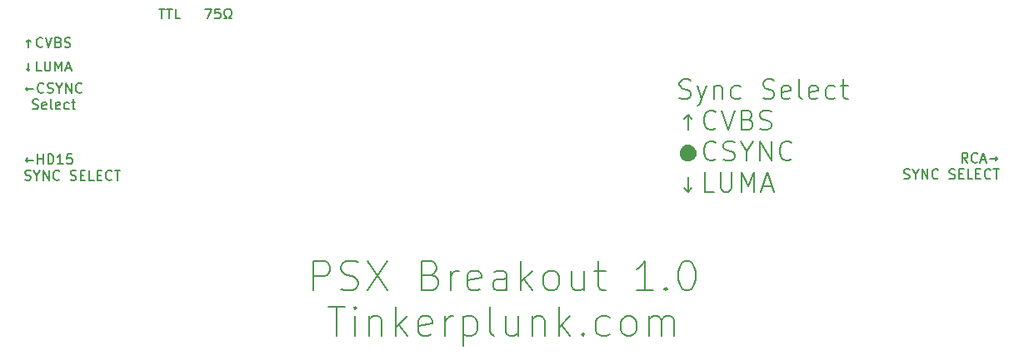
<source format=gto>
G04 #@! TF.GenerationSoftware,KiCad,Pcbnew,(5.1.0)-1*
G04 #@! TF.CreationDate,2019-06-07T12:56:35-04:00*
G04 #@! TF.ProjectId,Case top+bottom,43617365-2074-46f7-902b-626f74746f6d,rev?*
G04 #@! TF.SameCoordinates,Original*
G04 #@! TF.FileFunction,Legend,Top*
G04 #@! TF.FilePolarity,Positive*
%FSLAX46Y46*%
G04 Gerber Fmt 4.6, Leading zero omitted, Abs format (unit mm)*
G04 Created by KiCad (PCBNEW (5.1.0)-1) date 2019-06-07 12:56:35*
%MOMM*%
%LPD*%
G04 APERTURE LIST*
%ADD10C,0.150000*%
G04 APERTURE END LIST*
D10*
X119834857Y-105839142D02*
X119834857Y-102839142D01*
X120977714Y-102839142D01*
X121263428Y-102982000D01*
X121406285Y-103124857D01*
X121549142Y-103410571D01*
X121549142Y-103839142D01*
X121406285Y-104124857D01*
X121263428Y-104267714D01*
X120977714Y-104410571D01*
X119834857Y-104410571D01*
X122692000Y-105696285D02*
X123120571Y-105839142D01*
X123834857Y-105839142D01*
X124120571Y-105696285D01*
X124263428Y-105553428D01*
X124406285Y-105267714D01*
X124406285Y-104982000D01*
X124263428Y-104696285D01*
X124120571Y-104553428D01*
X123834857Y-104410571D01*
X123263428Y-104267714D01*
X122977714Y-104124857D01*
X122834857Y-103982000D01*
X122692000Y-103696285D01*
X122692000Y-103410571D01*
X122834857Y-103124857D01*
X122977714Y-102982000D01*
X123263428Y-102839142D01*
X123977714Y-102839142D01*
X124406285Y-102982000D01*
X125406285Y-102839142D02*
X127406285Y-105839142D01*
X127406285Y-102839142D02*
X125406285Y-105839142D01*
X131834857Y-104267714D02*
X132263428Y-104410571D01*
X132406285Y-104553428D01*
X132549142Y-104839142D01*
X132549142Y-105267714D01*
X132406285Y-105553428D01*
X132263428Y-105696285D01*
X131977714Y-105839142D01*
X130834857Y-105839142D01*
X130834857Y-102839142D01*
X131834857Y-102839142D01*
X132120571Y-102982000D01*
X132263428Y-103124857D01*
X132406285Y-103410571D01*
X132406285Y-103696285D01*
X132263428Y-103982000D01*
X132120571Y-104124857D01*
X131834857Y-104267714D01*
X130834857Y-104267714D01*
X133834857Y-105839142D02*
X133834857Y-103839142D01*
X133834857Y-104410571D02*
X133977714Y-104124857D01*
X134120571Y-103982000D01*
X134406285Y-103839142D01*
X134692000Y-103839142D01*
X136834857Y-105696285D02*
X136549142Y-105839142D01*
X135977714Y-105839142D01*
X135692000Y-105696285D01*
X135549142Y-105410571D01*
X135549142Y-104267714D01*
X135692000Y-103982000D01*
X135977714Y-103839142D01*
X136549142Y-103839142D01*
X136834857Y-103982000D01*
X136977714Y-104267714D01*
X136977714Y-104553428D01*
X135549142Y-104839142D01*
X139549142Y-105839142D02*
X139549142Y-104267714D01*
X139406285Y-103982000D01*
X139120571Y-103839142D01*
X138549142Y-103839142D01*
X138263428Y-103982000D01*
X139549142Y-105696285D02*
X139263428Y-105839142D01*
X138549142Y-105839142D01*
X138263428Y-105696285D01*
X138120571Y-105410571D01*
X138120571Y-105124857D01*
X138263428Y-104839142D01*
X138549142Y-104696285D01*
X139263428Y-104696285D01*
X139549142Y-104553428D01*
X140977714Y-105839142D02*
X140977714Y-102839142D01*
X141263428Y-104696285D02*
X142120571Y-105839142D01*
X142120571Y-103839142D02*
X140977714Y-104982000D01*
X143834857Y-105839142D02*
X143549142Y-105696285D01*
X143406285Y-105553428D01*
X143263428Y-105267714D01*
X143263428Y-104410571D01*
X143406285Y-104124857D01*
X143549142Y-103982000D01*
X143834857Y-103839142D01*
X144263428Y-103839142D01*
X144549142Y-103982000D01*
X144692000Y-104124857D01*
X144834857Y-104410571D01*
X144834857Y-105267714D01*
X144692000Y-105553428D01*
X144549142Y-105696285D01*
X144263428Y-105839142D01*
X143834857Y-105839142D01*
X147406285Y-103839142D02*
X147406285Y-105839142D01*
X146120571Y-103839142D02*
X146120571Y-105410571D01*
X146263428Y-105696285D01*
X146549142Y-105839142D01*
X146977714Y-105839142D01*
X147263428Y-105696285D01*
X147406285Y-105553428D01*
X148406285Y-103839142D02*
X149549142Y-103839142D01*
X148834857Y-102839142D02*
X148834857Y-105410571D01*
X148977714Y-105696285D01*
X149263428Y-105839142D01*
X149549142Y-105839142D01*
X154406285Y-105839142D02*
X152692000Y-105839142D01*
X153549142Y-105839142D02*
X153549142Y-102839142D01*
X153263428Y-103267714D01*
X152977714Y-103553428D01*
X152692000Y-103696285D01*
X155692000Y-105553428D02*
X155834857Y-105696285D01*
X155692000Y-105839142D01*
X155549142Y-105696285D01*
X155692000Y-105553428D01*
X155692000Y-105839142D01*
X157692000Y-102839142D02*
X157977714Y-102839142D01*
X158263428Y-102982000D01*
X158406285Y-103124857D01*
X158549142Y-103410571D01*
X158692000Y-103982000D01*
X158692000Y-104696285D01*
X158549142Y-105267714D01*
X158406285Y-105553428D01*
X158263428Y-105696285D01*
X157977714Y-105839142D01*
X157692000Y-105839142D01*
X157406285Y-105696285D01*
X157263428Y-105553428D01*
X157120571Y-105267714D01*
X156977714Y-104696285D01*
X156977714Y-103982000D01*
X157120571Y-103410571D01*
X157263428Y-103124857D01*
X157406285Y-102982000D01*
X157692000Y-102839142D01*
X121406285Y-107489142D02*
X123120571Y-107489142D01*
X122263428Y-110489142D02*
X122263428Y-107489142D01*
X124120571Y-110489142D02*
X124120571Y-108489142D01*
X124120571Y-107489142D02*
X123977714Y-107632000D01*
X124120571Y-107774857D01*
X124263428Y-107632000D01*
X124120571Y-107489142D01*
X124120571Y-107774857D01*
X125549142Y-108489142D02*
X125549142Y-110489142D01*
X125549142Y-108774857D02*
X125691999Y-108632000D01*
X125977714Y-108489142D01*
X126406285Y-108489142D01*
X126691999Y-108632000D01*
X126834857Y-108917714D01*
X126834857Y-110489142D01*
X128263428Y-110489142D02*
X128263428Y-107489142D01*
X128549142Y-109346285D02*
X129406285Y-110489142D01*
X129406285Y-108489142D02*
X128263428Y-109632000D01*
X131834857Y-110346285D02*
X131549142Y-110489142D01*
X130977714Y-110489142D01*
X130691999Y-110346285D01*
X130549142Y-110060571D01*
X130549142Y-108917714D01*
X130691999Y-108632000D01*
X130977714Y-108489142D01*
X131549142Y-108489142D01*
X131834857Y-108632000D01*
X131977714Y-108917714D01*
X131977714Y-109203428D01*
X130549142Y-109489142D01*
X133263428Y-110489142D02*
X133263428Y-108489142D01*
X133263428Y-109060571D02*
X133406285Y-108774857D01*
X133549142Y-108632000D01*
X133834857Y-108489142D01*
X134120571Y-108489142D01*
X135120571Y-108489142D02*
X135120571Y-111489142D01*
X135120571Y-108632000D02*
X135406285Y-108489142D01*
X135977714Y-108489142D01*
X136263428Y-108632000D01*
X136406285Y-108774857D01*
X136549142Y-109060571D01*
X136549142Y-109917714D01*
X136406285Y-110203428D01*
X136263428Y-110346285D01*
X135977714Y-110489142D01*
X135406285Y-110489142D01*
X135120571Y-110346285D01*
X138263428Y-110489142D02*
X137977714Y-110346285D01*
X137834857Y-110060571D01*
X137834857Y-107489142D01*
X140692000Y-108489142D02*
X140692000Y-110489142D01*
X139406285Y-108489142D02*
X139406285Y-110060571D01*
X139549142Y-110346285D01*
X139834857Y-110489142D01*
X140263428Y-110489142D01*
X140549142Y-110346285D01*
X140692000Y-110203428D01*
X142120571Y-108489142D02*
X142120571Y-110489142D01*
X142120571Y-108774857D02*
X142263428Y-108632000D01*
X142549142Y-108489142D01*
X142977714Y-108489142D01*
X143263428Y-108632000D01*
X143406285Y-108917714D01*
X143406285Y-110489142D01*
X144834857Y-110489142D02*
X144834857Y-107489142D01*
X145120571Y-109346285D02*
X145977714Y-110489142D01*
X145977714Y-108489142D02*
X144834857Y-109632000D01*
X147263428Y-110203428D02*
X147406285Y-110346285D01*
X147263428Y-110489142D01*
X147120571Y-110346285D01*
X147263428Y-110203428D01*
X147263428Y-110489142D01*
X149977714Y-110346285D02*
X149692000Y-110489142D01*
X149120571Y-110489142D01*
X148834857Y-110346285D01*
X148692000Y-110203428D01*
X148549142Y-109917714D01*
X148549142Y-109060571D01*
X148692000Y-108774857D01*
X148834857Y-108632000D01*
X149120571Y-108489142D01*
X149692000Y-108489142D01*
X149977714Y-108632000D01*
X151692000Y-110489142D02*
X151406285Y-110346285D01*
X151263428Y-110203428D01*
X151120571Y-109917714D01*
X151120571Y-109060571D01*
X151263428Y-108774857D01*
X151406285Y-108632000D01*
X151692000Y-108489142D01*
X152120571Y-108489142D01*
X152406285Y-108632000D01*
X152549142Y-108774857D01*
X152692000Y-109060571D01*
X152692000Y-109917714D01*
X152549142Y-110203428D01*
X152406285Y-110346285D01*
X152120571Y-110489142D01*
X151692000Y-110489142D01*
X153977714Y-110489142D02*
X153977714Y-108489142D01*
X153977714Y-108774857D02*
X154120571Y-108632000D01*
X154406285Y-108489142D01*
X154834857Y-108489142D01*
X155120571Y-108632000D01*
X155263428Y-108917714D01*
X155263428Y-110489142D01*
X155263428Y-108917714D02*
X155406285Y-108632000D01*
X155692000Y-108489142D01*
X156120571Y-108489142D01*
X156406285Y-108632000D01*
X156549142Y-108917714D01*
X156549142Y-110489142D01*
X108855047Y-77176380D02*
X109521714Y-77176380D01*
X109093142Y-78176380D01*
X110378857Y-77176380D02*
X109902666Y-77176380D01*
X109855047Y-77652571D01*
X109902666Y-77604952D01*
X109997904Y-77557333D01*
X110236000Y-77557333D01*
X110331238Y-77604952D01*
X110378857Y-77652571D01*
X110426476Y-77747809D01*
X110426476Y-77985904D01*
X110378857Y-78081142D01*
X110331238Y-78128761D01*
X110236000Y-78176380D01*
X109997904Y-78176380D01*
X109902666Y-78128761D01*
X109855047Y-78081142D01*
X110807428Y-78176380D02*
X111045523Y-78176380D01*
X111045523Y-77985904D01*
X110950285Y-77938285D01*
X110855047Y-77843047D01*
X110807428Y-77700190D01*
X110807428Y-77462095D01*
X110855047Y-77319238D01*
X110950285Y-77224000D01*
X111093142Y-77176380D01*
X111283619Y-77176380D01*
X111426476Y-77224000D01*
X111521714Y-77319238D01*
X111569333Y-77462095D01*
X111569333Y-77700190D01*
X111521714Y-77843047D01*
X111426476Y-77938285D01*
X111331238Y-77985904D01*
X111331238Y-78176380D01*
X111569333Y-78176380D01*
X104211571Y-77176380D02*
X104783000Y-77176380D01*
X104497285Y-78176380D02*
X104497285Y-77176380D01*
X104973476Y-77176380D02*
X105544904Y-77176380D01*
X105259190Y-78176380D02*
X105259190Y-77176380D01*
X106354428Y-78176380D02*
X105878238Y-78176380D01*
X105878238Y-77176380D01*
X157069452Y-86254523D02*
X157355166Y-86349761D01*
X157831357Y-86349761D01*
X158021833Y-86254523D01*
X158117071Y-86159285D01*
X158212309Y-85968809D01*
X158212309Y-85778333D01*
X158117071Y-85587857D01*
X158021833Y-85492619D01*
X157831357Y-85397380D01*
X157450404Y-85302142D01*
X157259928Y-85206904D01*
X157164690Y-85111666D01*
X157069452Y-84921190D01*
X157069452Y-84730714D01*
X157164690Y-84540238D01*
X157259928Y-84445000D01*
X157450404Y-84349761D01*
X157926595Y-84349761D01*
X158212309Y-84445000D01*
X158878976Y-85016428D02*
X159355166Y-86349761D01*
X159831357Y-85016428D02*
X159355166Y-86349761D01*
X159164690Y-86825952D01*
X159069452Y-86921190D01*
X158878976Y-87016428D01*
X160593261Y-85016428D02*
X160593261Y-86349761D01*
X160593261Y-85206904D02*
X160688500Y-85111666D01*
X160878976Y-85016428D01*
X161164690Y-85016428D01*
X161355166Y-85111666D01*
X161450404Y-85302142D01*
X161450404Y-86349761D01*
X163259928Y-86254523D02*
X163069452Y-86349761D01*
X162688500Y-86349761D01*
X162498023Y-86254523D01*
X162402785Y-86159285D01*
X162307547Y-85968809D01*
X162307547Y-85397380D01*
X162402785Y-85206904D01*
X162498023Y-85111666D01*
X162688500Y-85016428D01*
X163069452Y-85016428D01*
X163259928Y-85111666D01*
X165545642Y-86254523D02*
X165831357Y-86349761D01*
X166307547Y-86349761D01*
X166498023Y-86254523D01*
X166593261Y-86159285D01*
X166688500Y-85968809D01*
X166688500Y-85778333D01*
X166593261Y-85587857D01*
X166498023Y-85492619D01*
X166307547Y-85397380D01*
X165926595Y-85302142D01*
X165736119Y-85206904D01*
X165640880Y-85111666D01*
X165545642Y-84921190D01*
X165545642Y-84730714D01*
X165640880Y-84540238D01*
X165736119Y-84445000D01*
X165926595Y-84349761D01*
X166402785Y-84349761D01*
X166688500Y-84445000D01*
X168307547Y-86254523D02*
X168117071Y-86349761D01*
X167736119Y-86349761D01*
X167545642Y-86254523D01*
X167450404Y-86064047D01*
X167450404Y-85302142D01*
X167545642Y-85111666D01*
X167736119Y-85016428D01*
X168117071Y-85016428D01*
X168307547Y-85111666D01*
X168402785Y-85302142D01*
X168402785Y-85492619D01*
X167450404Y-85683095D01*
X169545642Y-86349761D02*
X169355166Y-86254523D01*
X169259928Y-86064047D01*
X169259928Y-84349761D01*
X171069452Y-86254523D02*
X170878976Y-86349761D01*
X170498023Y-86349761D01*
X170307547Y-86254523D01*
X170212309Y-86064047D01*
X170212309Y-85302142D01*
X170307547Y-85111666D01*
X170498023Y-85016428D01*
X170878976Y-85016428D01*
X171069452Y-85111666D01*
X171164690Y-85302142D01*
X171164690Y-85492619D01*
X170212309Y-85683095D01*
X172878976Y-86254523D02*
X172688500Y-86349761D01*
X172307547Y-86349761D01*
X172117071Y-86254523D01*
X172021833Y-86159285D01*
X171926595Y-85968809D01*
X171926595Y-85397380D01*
X172021833Y-85206904D01*
X172117071Y-85111666D01*
X172307547Y-85016428D01*
X172688500Y-85016428D01*
X172878976Y-85111666D01*
X173450404Y-85016428D02*
X174212309Y-85016428D01*
X173736119Y-84349761D02*
X173736119Y-86064047D01*
X173831357Y-86254523D01*
X174021833Y-86349761D01*
X174212309Y-86349761D01*
X157926595Y-89499761D02*
X157926595Y-87975952D01*
X157545642Y-88356904D02*
X157926595Y-87975952D01*
X158307547Y-88356904D01*
X160783738Y-89309285D02*
X160688500Y-89404523D01*
X160402785Y-89499761D01*
X160212309Y-89499761D01*
X159926595Y-89404523D01*
X159736119Y-89214047D01*
X159640880Y-89023571D01*
X159545642Y-88642619D01*
X159545642Y-88356904D01*
X159640880Y-87975952D01*
X159736119Y-87785476D01*
X159926595Y-87595000D01*
X160212309Y-87499761D01*
X160402785Y-87499761D01*
X160688500Y-87595000D01*
X160783738Y-87690238D01*
X161355166Y-87499761D02*
X162021833Y-89499761D01*
X162688500Y-87499761D01*
X164021833Y-88452142D02*
X164307547Y-88547380D01*
X164402785Y-88642619D01*
X164498023Y-88833095D01*
X164498023Y-89118809D01*
X164402785Y-89309285D01*
X164307547Y-89404523D01*
X164117071Y-89499761D01*
X163355166Y-89499761D01*
X163355166Y-87499761D01*
X164021833Y-87499761D01*
X164212309Y-87595000D01*
X164307547Y-87690238D01*
X164402785Y-87880714D01*
X164402785Y-88071190D01*
X164307547Y-88261666D01*
X164212309Y-88356904D01*
X164021833Y-88452142D01*
X163355166Y-88452142D01*
X165259928Y-89404523D02*
X165545642Y-89499761D01*
X166021833Y-89499761D01*
X166212309Y-89404523D01*
X166307547Y-89309285D01*
X166402785Y-89118809D01*
X166402785Y-88928333D01*
X166307547Y-88737857D01*
X166212309Y-88642619D01*
X166021833Y-88547380D01*
X165640880Y-88452142D01*
X165450404Y-88356904D01*
X165355166Y-88261666D01*
X165259928Y-88071190D01*
X165259928Y-87880714D01*
X165355166Y-87690238D01*
X165450404Y-87595000D01*
X165640880Y-87499761D01*
X166117071Y-87499761D01*
X166402785Y-87595000D01*
X157259928Y-91506904D02*
X157259928Y-92268809D01*
X157355166Y-92364047D02*
X157736119Y-92649761D01*
X157355166Y-91411666D02*
X157736119Y-91125952D01*
X157355166Y-91316428D02*
X157355166Y-92459285D01*
X157450404Y-92459285D02*
X157450404Y-91316428D01*
X157545642Y-91221190D02*
X157545642Y-92554523D01*
X157640880Y-92554523D02*
X157640880Y-91221190D01*
X157736119Y-91125952D02*
X157736119Y-92649761D01*
X157831357Y-92649761D02*
X157831357Y-91125952D01*
X157926595Y-91125952D02*
X157926595Y-92649761D01*
X158021833Y-92649761D02*
X158021833Y-91125952D01*
X158117071Y-92649761D02*
X158498023Y-92364047D01*
X158117071Y-91125952D02*
X158117071Y-92649761D01*
X158117071Y-91125952D02*
X158498023Y-91411666D01*
X158212309Y-92554523D02*
X158212309Y-91221190D01*
X158307547Y-91221190D02*
X158307547Y-92554523D01*
X158402785Y-92459285D02*
X158402785Y-91316428D01*
X158498023Y-91316428D02*
X158498023Y-92459285D01*
X158593261Y-92268809D02*
X158593261Y-91506904D01*
X157736119Y-91125952D02*
X158117071Y-91125952D01*
X158498023Y-91316428D01*
X158688500Y-91697380D01*
X158688500Y-92078333D01*
X158498023Y-92459285D01*
X158117071Y-92649761D01*
X157736119Y-92649761D01*
X157355166Y-92459285D01*
X157164690Y-92078333D01*
X157164690Y-91697380D01*
X157355166Y-91316428D01*
X157736119Y-91125952D01*
X160783738Y-92459285D02*
X160688500Y-92554523D01*
X160402785Y-92649761D01*
X160212309Y-92649761D01*
X159926595Y-92554523D01*
X159736119Y-92364047D01*
X159640880Y-92173571D01*
X159545642Y-91792619D01*
X159545642Y-91506904D01*
X159640880Y-91125952D01*
X159736119Y-90935476D01*
X159926595Y-90745000D01*
X160212309Y-90649761D01*
X160402785Y-90649761D01*
X160688500Y-90745000D01*
X160783738Y-90840238D01*
X161545642Y-92554523D02*
X161831357Y-92649761D01*
X162307547Y-92649761D01*
X162498023Y-92554523D01*
X162593261Y-92459285D01*
X162688500Y-92268809D01*
X162688500Y-92078333D01*
X162593261Y-91887857D01*
X162498023Y-91792619D01*
X162307547Y-91697380D01*
X161926595Y-91602142D01*
X161736119Y-91506904D01*
X161640880Y-91411666D01*
X161545642Y-91221190D01*
X161545642Y-91030714D01*
X161640880Y-90840238D01*
X161736119Y-90745000D01*
X161926595Y-90649761D01*
X162402785Y-90649761D01*
X162688500Y-90745000D01*
X163926595Y-91697380D02*
X163926595Y-92649761D01*
X163259928Y-90649761D02*
X163926595Y-91697380D01*
X164593261Y-90649761D01*
X165259928Y-92649761D02*
X165259928Y-90649761D01*
X166402785Y-92649761D01*
X166402785Y-90649761D01*
X168498023Y-92459285D02*
X168402785Y-92554523D01*
X168117071Y-92649761D01*
X167926595Y-92649761D01*
X167640880Y-92554523D01*
X167450404Y-92364047D01*
X167355166Y-92173571D01*
X167259928Y-91792619D01*
X167259928Y-91506904D01*
X167355166Y-91125952D01*
X167450404Y-90935476D01*
X167640880Y-90745000D01*
X167926595Y-90649761D01*
X168117071Y-90649761D01*
X168402785Y-90745000D01*
X168498023Y-90840238D01*
X157926595Y-94275952D02*
X157926595Y-95799761D01*
X158307547Y-95418809D02*
X157926595Y-95799761D01*
X157545642Y-95418809D01*
X160593261Y-95799761D02*
X159640880Y-95799761D01*
X159640880Y-93799761D01*
X161259928Y-93799761D02*
X161259928Y-95418809D01*
X161355166Y-95609285D01*
X161450404Y-95704523D01*
X161640880Y-95799761D01*
X162021833Y-95799761D01*
X162212309Y-95704523D01*
X162307547Y-95609285D01*
X162402785Y-95418809D01*
X162402785Y-93799761D01*
X163355166Y-95799761D02*
X163355166Y-93799761D01*
X164021833Y-95228333D01*
X164688500Y-93799761D01*
X164688500Y-95799761D01*
X165545642Y-95228333D02*
X166498023Y-95228333D01*
X165355166Y-95799761D02*
X166021833Y-93799761D01*
X166688500Y-95799761D01*
X186354785Y-92845380D02*
X186021452Y-92369190D01*
X185783357Y-92845380D02*
X185783357Y-91845380D01*
X186164309Y-91845380D01*
X186259547Y-91893000D01*
X186307166Y-91940619D01*
X186354785Y-92035857D01*
X186354785Y-92178714D01*
X186307166Y-92273952D01*
X186259547Y-92321571D01*
X186164309Y-92369190D01*
X185783357Y-92369190D01*
X187354785Y-92750142D02*
X187307166Y-92797761D01*
X187164309Y-92845380D01*
X187069071Y-92845380D01*
X186926214Y-92797761D01*
X186830976Y-92702523D01*
X186783357Y-92607285D01*
X186735738Y-92416809D01*
X186735738Y-92273952D01*
X186783357Y-92083476D01*
X186830976Y-91988238D01*
X186926214Y-91893000D01*
X187069071Y-91845380D01*
X187164309Y-91845380D01*
X187307166Y-91893000D01*
X187354785Y-91940619D01*
X187735738Y-92559666D02*
X188211928Y-92559666D01*
X187640500Y-92845380D02*
X187973833Y-91845380D01*
X188307166Y-92845380D01*
X188640500Y-92464428D02*
X189402404Y-92464428D01*
X189211928Y-92654904D02*
X189402404Y-92464428D01*
X189211928Y-92273952D01*
X179878595Y-94447761D02*
X180021452Y-94495380D01*
X180259547Y-94495380D01*
X180354785Y-94447761D01*
X180402404Y-94400142D01*
X180450023Y-94304904D01*
X180450023Y-94209666D01*
X180402404Y-94114428D01*
X180354785Y-94066809D01*
X180259547Y-94019190D01*
X180069071Y-93971571D01*
X179973833Y-93923952D01*
X179926214Y-93876333D01*
X179878595Y-93781095D01*
X179878595Y-93685857D01*
X179926214Y-93590619D01*
X179973833Y-93543000D01*
X180069071Y-93495380D01*
X180307166Y-93495380D01*
X180450023Y-93543000D01*
X181069071Y-94019190D02*
X181069071Y-94495380D01*
X180735738Y-93495380D02*
X181069071Y-94019190D01*
X181402404Y-93495380D01*
X181735738Y-94495380D02*
X181735738Y-93495380D01*
X182307166Y-94495380D01*
X182307166Y-93495380D01*
X183354785Y-94400142D02*
X183307166Y-94447761D01*
X183164309Y-94495380D01*
X183069071Y-94495380D01*
X182926214Y-94447761D01*
X182830976Y-94352523D01*
X182783357Y-94257285D01*
X182735738Y-94066809D01*
X182735738Y-93923952D01*
X182783357Y-93733476D01*
X182830976Y-93638238D01*
X182926214Y-93543000D01*
X183069071Y-93495380D01*
X183164309Y-93495380D01*
X183307166Y-93543000D01*
X183354785Y-93590619D01*
X184497642Y-94447761D02*
X184640500Y-94495380D01*
X184878595Y-94495380D01*
X184973833Y-94447761D01*
X185021452Y-94400142D01*
X185069071Y-94304904D01*
X185069071Y-94209666D01*
X185021452Y-94114428D01*
X184973833Y-94066809D01*
X184878595Y-94019190D01*
X184688119Y-93971571D01*
X184592880Y-93923952D01*
X184545261Y-93876333D01*
X184497642Y-93781095D01*
X184497642Y-93685857D01*
X184545261Y-93590619D01*
X184592880Y-93543000D01*
X184688119Y-93495380D01*
X184926214Y-93495380D01*
X185069071Y-93543000D01*
X185497642Y-93971571D02*
X185830976Y-93971571D01*
X185973833Y-94495380D02*
X185497642Y-94495380D01*
X185497642Y-93495380D01*
X185973833Y-93495380D01*
X186878595Y-94495380D02*
X186402404Y-94495380D01*
X186402404Y-93495380D01*
X187211928Y-93971571D02*
X187545261Y-93971571D01*
X187688119Y-94495380D02*
X187211928Y-94495380D01*
X187211928Y-93495380D01*
X187688119Y-93495380D01*
X188688119Y-94400142D02*
X188640500Y-94447761D01*
X188497642Y-94495380D01*
X188402404Y-94495380D01*
X188259547Y-94447761D01*
X188164309Y-94352523D01*
X188116690Y-94257285D01*
X188069071Y-94066809D01*
X188069071Y-93923952D01*
X188116690Y-93733476D01*
X188164309Y-93638238D01*
X188259547Y-93543000D01*
X188402404Y-93495380D01*
X188497642Y-93495380D01*
X188640500Y-93543000D01*
X188688119Y-93590619D01*
X188973833Y-93495380D02*
X189545261Y-93495380D01*
X189259547Y-94495380D02*
X189259547Y-93495380D01*
X91394500Y-92591428D02*
X90632595Y-92591428D01*
X90823071Y-92781904D02*
X90632595Y-92591428D01*
X90823071Y-92400952D01*
X91870690Y-92972380D02*
X91870690Y-91972380D01*
X91870690Y-92448571D02*
X92442119Y-92448571D01*
X92442119Y-92972380D02*
X92442119Y-91972380D01*
X92918309Y-92972380D02*
X92918309Y-91972380D01*
X93156404Y-91972380D01*
X93299261Y-92020000D01*
X93394500Y-92115238D01*
X93442119Y-92210476D01*
X93489738Y-92400952D01*
X93489738Y-92543809D01*
X93442119Y-92734285D01*
X93394500Y-92829523D01*
X93299261Y-92924761D01*
X93156404Y-92972380D01*
X92918309Y-92972380D01*
X94442119Y-92972380D02*
X93870690Y-92972380D01*
X94156404Y-92972380D02*
X94156404Y-91972380D01*
X94061166Y-92115238D01*
X93965928Y-92210476D01*
X93870690Y-92258095D01*
X95346880Y-91972380D02*
X94870690Y-91972380D01*
X94823071Y-92448571D01*
X94870690Y-92400952D01*
X94965928Y-92353333D01*
X95204023Y-92353333D01*
X95299261Y-92400952D01*
X95346880Y-92448571D01*
X95394500Y-92543809D01*
X95394500Y-92781904D01*
X95346880Y-92877142D01*
X95299261Y-92924761D01*
X95204023Y-92972380D01*
X94965928Y-92972380D01*
X94870690Y-92924761D01*
X94823071Y-92877142D01*
X90584976Y-94574761D02*
X90727833Y-94622380D01*
X90965928Y-94622380D01*
X91061166Y-94574761D01*
X91108785Y-94527142D01*
X91156404Y-94431904D01*
X91156404Y-94336666D01*
X91108785Y-94241428D01*
X91061166Y-94193809D01*
X90965928Y-94146190D01*
X90775452Y-94098571D01*
X90680214Y-94050952D01*
X90632595Y-94003333D01*
X90584976Y-93908095D01*
X90584976Y-93812857D01*
X90632595Y-93717619D01*
X90680214Y-93670000D01*
X90775452Y-93622380D01*
X91013547Y-93622380D01*
X91156404Y-93670000D01*
X91775452Y-94146190D02*
X91775452Y-94622380D01*
X91442119Y-93622380D02*
X91775452Y-94146190D01*
X92108785Y-93622380D01*
X92442119Y-94622380D02*
X92442119Y-93622380D01*
X93013547Y-94622380D01*
X93013547Y-93622380D01*
X94061166Y-94527142D02*
X94013547Y-94574761D01*
X93870690Y-94622380D01*
X93775452Y-94622380D01*
X93632595Y-94574761D01*
X93537357Y-94479523D01*
X93489738Y-94384285D01*
X93442119Y-94193809D01*
X93442119Y-94050952D01*
X93489738Y-93860476D01*
X93537357Y-93765238D01*
X93632595Y-93670000D01*
X93775452Y-93622380D01*
X93870690Y-93622380D01*
X94013547Y-93670000D01*
X94061166Y-93717619D01*
X95204023Y-94574761D02*
X95346880Y-94622380D01*
X95584976Y-94622380D01*
X95680214Y-94574761D01*
X95727833Y-94527142D01*
X95775452Y-94431904D01*
X95775452Y-94336666D01*
X95727833Y-94241428D01*
X95680214Y-94193809D01*
X95584976Y-94146190D01*
X95394500Y-94098571D01*
X95299261Y-94050952D01*
X95251642Y-94003333D01*
X95204023Y-93908095D01*
X95204023Y-93812857D01*
X95251642Y-93717619D01*
X95299261Y-93670000D01*
X95394500Y-93622380D01*
X95632595Y-93622380D01*
X95775452Y-93670000D01*
X96204023Y-94098571D02*
X96537357Y-94098571D01*
X96680214Y-94622380D02*
X96204023Y-94622380D01*
X96204023Y-93622380D01*
X96680214Y-93622380D01*
X97584976Y-94622380D02*
X97108785Y-94622380D01*
X97108785Y-93622380D01*
X97918309Y-94098571D02*
X98251642Y-94098571D01*
X98394500Y-94622380D02*
X97918309Y-94622380D01*
X97918309Y-93622380D01*
X98394500Y-93622380D01*
X99394500Y-94527142D02*
X99346880Y-94574761D01*
X99204023Y-94622380D01*
X99108785Y-94622380D01*
X98965928Y-94574761D01*
X98870690Y-94479523D01*
X98823071Y-94384285D01*
X98775452Y-94193809D01*
X98775452Y-94050952D01*
X98823071Y-93860476D01*
X98870690Y-93765238D01*
X98965928Y-93670000D01*
X99108785Y-93622380D01*
X99204023Y-93622380D01*
X99346880Y-93670000D01*
X99394500Y-93717619D01*
X99680214Y-93622380D02*
X100251642Y-93622380D01*
X99965928Y-94622380D02*
X99965928Y-93622380D01*
X90908428Y-82748476D02*
X90908428Y-83510380D01*
X91098904Y-83319904D02*
X90908428Y-83510380D01*
X90717952Y-83319904D01*
X92241761Y-83510380D02*
X91765571Y-83510380D01*
X91765571Y-82510380D01*
X92575095Y-82510380D02*
X92575095Y-83319904D01*
X92622714Y-83415142D01*
X92670333Y-83462761D01*
X92765571Y-83510380D01*
X92956047Y-83510380D01*
X93051285Y-83462761D01*
X93098904Y-83415142D01*
X93146523Y-83319904D01*
X93146523Y-82510380D01*
X93622714Y-83510380D02*
X93622714Y-82510380D01*
X93956047Y-83224666D01*
X94289380Y-82510380D01*
X94289380Y-83510380D01*
X94717952Y-83224666D02*
X95194142Y-83224666D01*
X94622714Y-83510380D02*
X94956047Y-82510380D01*
X95289380Y-83510380D01*
X91424380Y-85352428D02*
X90662476Y-85352428D01*
X90852952Y-85542904D02*
X90662476Y-85352428D01*
X90852952Y-85161952D01*
X92472000Y-85638142D02*
X92424380Y-85685761D01*
X92281523Y-85733380D01*
X92186285Y-85733380D01*
X92043428Y-85685761D01*
X91948190Y-85590523D01*
X91900571Y-85495285D01*
X91852952Y-85304809D01*
X91852952Y-85161952D01*
X91900571Y-84971476D01*
X91948190Y-84876238D01*
X92043428Y-84781000D01*
X92186285Y-84733380D01*
X92281523Y-84733380D01*
X92424380Y-84781000D01*
X92472000Y-84828619D01*
X92852952Y-85685761D02*
X92995809Y-85733380D01*
X93233904Y-85733380D01*
X93329142Y-85685761D01*
X93376761Y-85638142D01*
X93424380Y-85542904D01*
X93424380Y-85447666D01*
X93376761Y-85352428D01*
X93329142Y-85304809D01*
X93233904Y-85257190D01*
X93043428Y-85209571D01*
X92948190Y-85161952D01*
X92900571Y-85114333D01*
X92852952Y-85019095D01*
X92852952Y-84923857D01*
X92900571Y-84828619D01*
X92948190Y-84781000D01*
X93043428Y-84733380D01*
X93281523Y-84733380D01*
X93424380Y-84781000D01*
X94043428Y-85257190D02*
X94043428Y-85733380D01*
X93710095Y-84733380D02*
X94043428Y-85257190D01*
X94376761Y-84733380D01*
X94710095Y-85733380D02*
X94710095Y-84733380D01*
X95281523Y-85733380D01*
X95281523Y-84733380D01*
X96329142Y-85638142D02*
X96281523Y-85685761D01*
X96138666Y-85733380D01*
X96043428Y-85733380D01*
X95900571Y-85685761D01*
X95805333Y-85590523D01*
X95757714Y-85495285D01*
X95710095Y-85304809D01*
X95710095Y-85161952D01*
X95757714Y-84971476D01*
X95805333Y-84876238D01*
X95900571Y-84781000D01*
X96043428Y-84733380D01*
X96138666Y-84733380D01*
X96281523Y-84781000D01*
X96329142Y-84828619D01*
X91352952Y-87335761D02*
X91495809Y-87383380D01*
X91733904Y-87383380D01*
X91829142Y-87335761D01*
X91876761Y-87288142D01*
X91924380Y-87192904D01*
X91924380Y-87097666D01*
X91876761Y-87002428D01*
X91829142Y-86954809D01*
X91733904Y-86907190D01*
X91543428Y-86859571D01*
X91448190Y-86811952D01*
X91400571Y-86764333D01*
X91352952Y-86669095D01*
X91352952Y-86573857D01*
X91400571Y-86478619D01*
X91448190Y-86431000D01*
X91543428Y-86383380D01*
X91781523Y-86383380D01*
X91924380Y-86431000D01*
X92733904Y-87335761D02*
X92638666Y-87383380D01*
X92448190Y-87383380D01*
X92352952Y-87335761D01*
X92305333Y-87240523D01*
X92305333Y-86859571D01*
X92352952Y-86764333D01*
X92448190Y-86716714D01*
X92638666Y-86716714D01*
X92733904Y-86764333D01*
X92781523Y-86859571D01*
X92781523Y-86954809D01*
X92305333Y-87050047D01*
X93352952Y-87383380D02*
X93257714Y-87335761D01*
X93210095Y-87240523D01*
X93210095Y-86383380D01*
X94114857Y-87335761D02*
X94019619Y-87383380D01*
X93829142Y-87383380D01*
X93733904Y-87335761D01*
X93686285Y-87240523D01*
X93686285Y-86859571D01*
X93733904Y-86764333D01*
X93829142Y-86716714D01*
X94019619Y-86716714D01*
X94114857Y-86764333D01*
X94162476Y-86859571D01*
X94162476Y-86954809D01*
X93686285Y-87050047D01*
X95019619Y-87335761D02*
X94924380Y-87383380D01*
X94733904Y-87383380D01*
X94638666Y-87335761D01*
X94591047Y-87288142D01*
X94543428Y-87192904D01*
X94543428Y-86907190D01*
X94591047Y-86811952D01*
X94638666Y-86764333D01*
X94733904Y-86716714D01*
X94924380Y-86716714D01*
X95019619Y-86764333D01*
X95305333Y-86716714D02*
X95686285Y-86716714D01*
X95448190Y-86383380D02*
X95448190Y-87240523D01*
X95495809Y-87335761D01*
X95591047Y-87383380D01*
X95686285Y-87383380D01*
X90932238Y-81097380D02*
X90932238Y-80335476D01*
X90741761Y-80525952D02*
X90932238Y-80335476D01*
X91122714Y-80525952D01*
X92360809Y-81002142D02*
X92313190Y-81049761D01*
X92170333Y-81097380D01*
X92075095Y-81097380D01*
X91932238Y-81049761D01*
X91837000Y-80954523D01*
X91789380Y-80859285D01*
X91741761Y-80668809D01*
X91741761Y-80525952D01*
X91789380Y-80335476D01*
X91837000Y-80240238D01*
X91932238Y-80145000D01*
X92075095Y-80097380D01*
X92170333Y-80097380D01*
X92313190Y-80145000D01*
X92360809Y-80192619D01*
X92646523Y-80097380D02*
X92979857Y-81097380D01*
X93313190Y-80097380D01*
X93979857Y-80573571D02*
X94122714Y-80621190D01*
X94170333Y-80668809D01*
X94217952Y-80764047D01*
X94217952Y-80906904D01*
X94170333Y-81002142D01*
X94122714Y-81049761D01*
X94027476Y-81097380D01*
X93646523Y-81097380D01*
X93646523Y-80097380D01*
X93979857Y-80097380D01*
X94075095Y-80145000D01*
X94122714Y-80192619D01*
X94170333Y-80287857D01*
X94170333Y-80383095D01*
X94122714Y-80478333D01*
X94075095Y-80525952D01*
X93979857Y-80573571D01*
X93646523Y-80573571D01*
X94598904Y-81049761D02*
X94741761Y-81097380D01*
X94979857Y-81097380D01*
X95075095Y-81049761D01*
X95122714Y-81002142D01*
X95170333Y-80906904D01*
X95170333Y-80811666D01*
X95122714Y-80716428D01*
X95075095Y-80668809D01*
X94979857Y-80621190D01*
X94789380Y-80573571D01*
X94694142Y-80525952D01*
X94646523Y-80478333D01*
X94598904Y-80383095D01*
X94598904Y-80287857D01*
X94646523Y-80192619D01*
X94694142Y-80145000D01*
X94789380Y-80097380D01*
X95027476Y-80097380D01*
X95170333Y-80145000D01*
M02*

</source>
